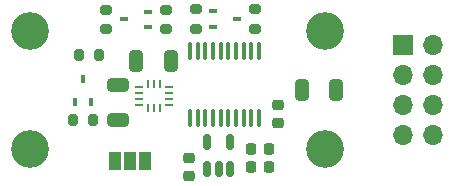
<source format=gbr>
%TF.GenerationSoftware,KiCad,Pcbnew,(6.0.0)*%
%TF.CreationDate,2022-01-22T14:10:52-08:00*%
%TF.ProjectId,elevation-imu,656c6576-6174-4696-9f6e-2d696d752e6b,rev?*%
%TF.SameCoordinates,Original*%
%TF.FileFunction,Soldermask,Top*%
%TF.FilePolarity,Negative*%
%FSLAX46Y46*%
G04 Gerber Fmt 4.6, Leading zero omitted, Abs format (unit mm)*
G04 Created by KiCad (PCBNEW (6.0.0)) date 2022-01-22 14:10:52*
%MOMM*%
%LPD*%
G01*
G04 APERTURE LIST*
G04 Aperture macros list*
%AMRoundRect*
0 Rectangle with rounded corners*
0 $1 Rounding radius*
0 $2 $3 $4 $5 $6 $7 $8 $9 X,Y pos of 4 corners*
0 Add a 4 corners polygon primitive as box body*
4,1,4,$2,$3,$4,$5,$6,$7,$8,$9,$2,$3,0*
0 Add four circle primitives for the rounded corners*
1,1,$1+$1,$2,$3*
1,1,$1+$1,$4,$5*
1,1,$1+$1,$6,$7*
1,1,$1+$1,$8,$9*
0 Add four rect primitives between the rounded corners*
20,1,$1+$1,$2,$3,$4,$5,0*
20,1,$1+$1,$4,$5,$6,$7,0*
20,1,$1+$1,$6,$7,$8,$9,0*
20,1,$1+$1,$8,$9,$2,$3,0*%
G04 Aperture macros list end*
%ADD10R,1.000000X1.500000*%
%ADD11RoundRect,0.150000X0.150000X-0.512500X0.150000X0.512500X-0.150000X0.512500X-0.150000X-0.512500X0*%
%ADD12RoundRect,0.100000X-0.100000X0.637500X-0.100000X-0.637500X0.100000X-0.637500X0.100000X0.637500X0*%
%ADD13R,0.250000X0.675000*%
%ADD14R,0.675000X0.250000*%
%ADD15RoundRect,0.200000X0.200000X0.275000X-0.200000X0.275000X-0.200000X-0.275000X0.200000X-0.275000X0*%
%ADD16RoundRect,0.200000X-0.200000X-0.275000X0.200000X-0.275000X0.200000X0.275000X-0.200000X0.275000X0*%
%ADD17RoundRect,0.200000X0.275000X-0.200000X0.275000X0.200000X-0.275000X0.200000X-0.275000X-0.200000X0*%
%ADD18RoundRect,0.200000X-0.275000X0.200000X-0.275000X-0.200000X0.275000X-0.200000X0.275000X0.200000X0*%
%ADD19R,0.450000X0.700000*%
%ADD20R,0.700000X0.450000*%
%ADD21R,1.700000X1.700000*%
%ADD22O,1.700000X1.700000*%
%ADD23C,3.200000*%
%ADD24RoundRect,0.225000X-0.250000X0.225000X-0.250000X-0.225000X0.250000X-0.225000X0.250000X0.225000X0*%
%ADD25RoundRect,0.225000X-0.225000X-0.250000X0.225000X-0.250000X0.225000X0.250000X-0.225000X0.250000X0*%
%ADD26RoundRect,0.225000X0.250000X-0.225000X0.250000X0.225000X-0.250000X0.225000X-0.250000X-0.225000X0*%
%ADD27RoundRect,0.250000X0.325000X0.650000X-0.325000X0.650000X-0.325000X-0.650000X0.325000X-0.650000X0*%
%ADD28RoundRect,0.250000X-0.650000X0.325000X-0.650000X-0.325000X0.650000X-0.325000X0.650000X0.325000X0*%
G04 APERTURE END LIST*
D10*
%TO.C,JP1*%
X118300000Y-122000000D03*
X115700000Y-122000000D03*
X117000000Y-122000000D03*
%TD*%
D11*
%TO.C,U3*%
X123550000Y-122637500D03*
X124500000Y-122637500D03*
X125450000Y-122637500D03*
X125450000Y-120362500D03*
X123550000Y-120362500D03*
%TD*%
D12*
%TO.C,U2*%
X127925000Y-112637500D03*
X127275000Y-112637500D03*
X126625000Y-112637500D03*
X125975000Y-112637500D03*
X125325000Y-112637500D03*
X124675000Y-112637500D03*
X124025000Y-112637500D03*
X123375000Y-112637500D03*
X122725000Y-112637500D03*
X122075000Y-112637500D03*
X122075000Y-118362500D03*
X122725000Y-118362500D03*
X123375000Y-118362500D03*
X124025000Y-118362500D03*
X124675000Y-118362500D03*
X125325000Y-118362500D03*
X125975000Y-118362500D03*
X126625000Y-118362500D03*
X127275000Y-118362500D03*
X127925000Y-118362500D03*
%TD*%
D13*
%TO.C,U1*%
X119000000Y-117512500D03*
X119500000Y-117512500D03*
X118500000Y-117512500D03*
X119500000Y-115487500D03*
X119000000Y-115487500D03*
X118500000Y-115487500D03*
D14*
X120262500Y-117250000D03*
X120262500Y-116750000D03*
X120262500Y-116250000D03*
X120262500Y-115750000D03*
X117737500Y-115750000D03*
X117737500Y-116250000D03*
X117737500Y-116750000D03*
X117737500Y-117250000D03*
%TD*%
D15*
%TO.C,R6*%
X114325000Y-113000000D03*
X112675000Y-113000000D03*
%TD*%
D16*
%TO.C,R5*%
X112175000Y-118500000D03*
X113825000Y-118500000D03*
%TD*%
D17*
%TO.C,R4*%
X115000000Y-109175000D03*
X115000000Y-110825000D03*
%TD*%
%TO.C,R3*%
X120000000Y-110825000D03*
X120000000Y-109175000D03*
%TD*%
D18*
%TO.C,R2*%
X127550000Y-109125000D03*
X127550000Y-110775000D03*
%TD*%
%TO.C,R1*%
X122550000Y-110775000D03*
X122550000Y-109125000D03*
%TD*%
D19*
%TO.C,Q3*%
X112350000Y-117000000D03*
X113650000Y-117000000D03*
X113000000Y-115000000D03*
%TD*%
D20*
%TO.C,Q2*%
X116500000Y-110000000D03*
X118500000Y-109350000D03*
X118500000Y-110650000D03*
%TD*%
%TO.C,Q1*%
X124050000Y-109300000D03*
X124050000Y-110600000D03*
X126050000Y-109950000D03*
%TD*%
D21*
%TO.C,J1*%
X140075000Y-112200000D03*
D22*
X142615000Y-112200000D03*
X140075000Y-114740000D03*
X142615000Y-114740000D03*
X140075000Y-117280000D03*
X142615000Y-117280000D03*
X140075000Y-119820000D03*
X142615000Y-119820000D03*
%TD*%
D23*
%TO.C,H4*%
X133500000Y-121000000D03*
%TD*%
%TO.C,H3*%
X108500000Y-121000000D03*
%TD*%
%TO.C,H2*%
X108500000Y-111000000D03*
%TD*%
%TO.C,H1*%
X133500000Y-111000000D03*
%TD*%
D24*
%TO.C,C7*%
X122000000Y-121725000D03*
X122000000Y-123275000D03*
%TD*%
D25*
%TO.C,C6*%
X127225000Y-121000000D03*
X128775000Y-121000000D03*
%TD*%
%TO.C,C5*%
X127225000Y-122500000D03*
X128775000Y-122500000D03*
%TD*%
D26*
%TO.C,C4*%
X129500000Y-118775000D03*
X129500000Y-117225000D03*
%TD*%
D27*
%TO.C,C3*%
X134475000Y-116000000D03*
X131525000Y-116000000D03*
%TD*%
%TO.C,C2*%
X120475000Y-113500000D03*
X117525000Y-113500000D03*
%TD*%
D28*
%TO.C,C1*%
X116000000Y-118475000D03*
X116000000Y-115525000D03*
%TD*%
M02*

</source>
